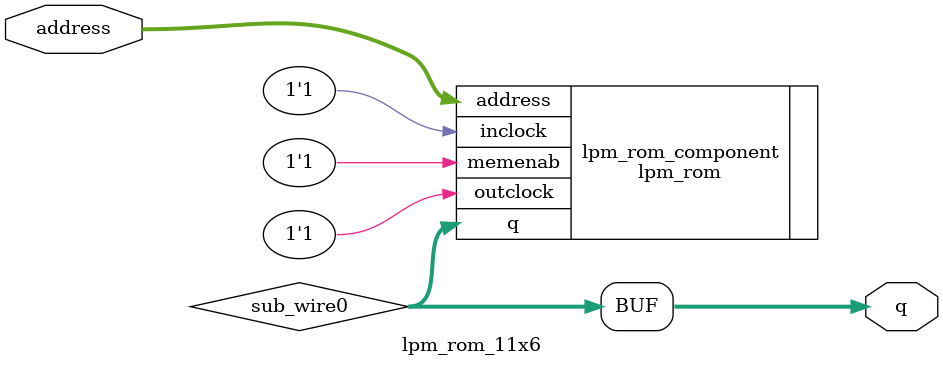
<source format=v>
`timescale 1 ps / 1 ps
module lpm_rom_11x6 (
        address,
        q);

        input   [10:0] address;
        output  [5:0]  q;

        wire [5:0] sub_wire0;
        wire [5:0] q = sub_wire0[5:0];

        lpm_rom lpm_rom_component (
                                .address (address),
                                .q (sub_wire0),
                                .inclock (1'b1),
                                .memenab (1'b1),
                                .outclock (1'b1));
        defparam
                lpm_rom_component.intended_device_family = "ACEX1K",
                lpm_rom_component.lpm_address_control = "UNREGISTERED",
                lpm_rom_component.lpm_file = "FONT_6X8.HEX",
                lpm_rom_component.lpm_outdata = "UNREGISTERED",
                lpm_rom_component.lpm_type = "LPM_ROM",
                lpm_rom_component.lpm_width = 6,
                lpm_rom_component.lpm_widthad = 11;


endmodule

</source>
